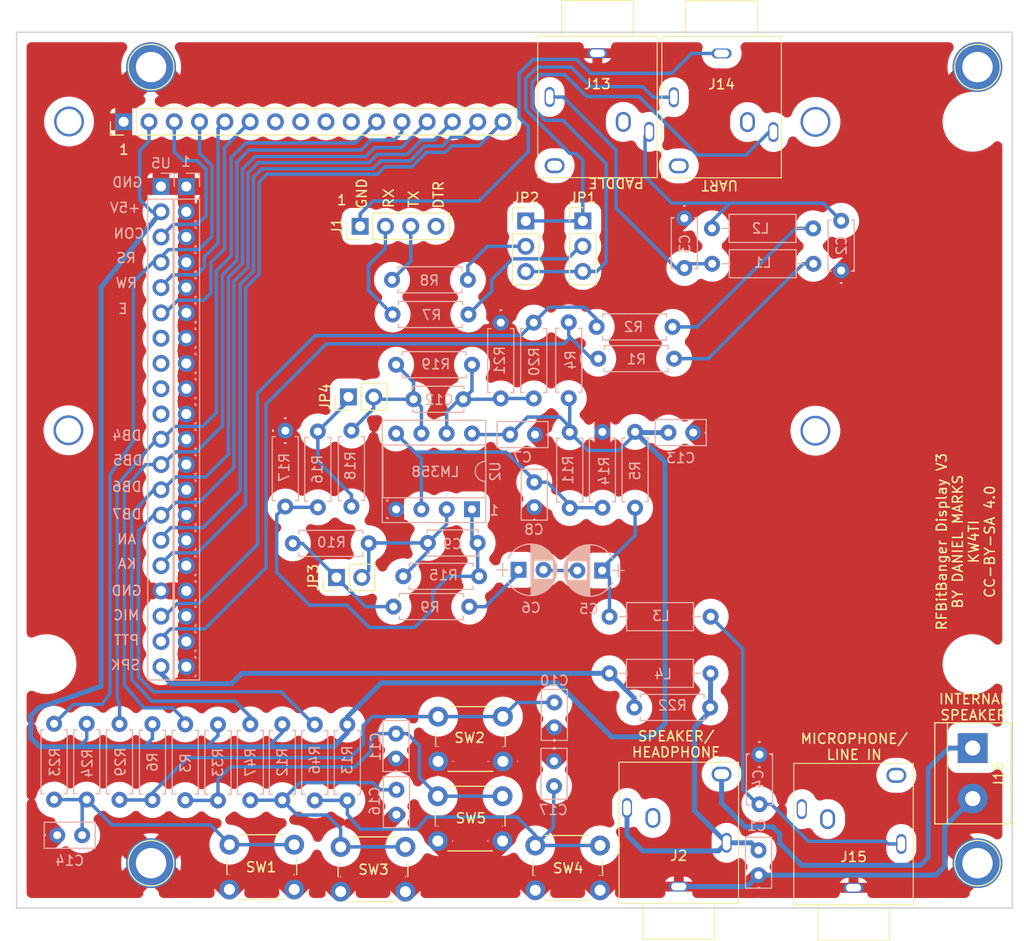
<source format=kicad_pcb>
(kicad_pcb (version 20211014) (generator pcbnew)
  (layers (0 "F.Cu" signal) (31 "B.Cu" signal) (34 "B.Paste" user) (35 "F.Paste" user) (36 "B.SilkS" user "B.Silkscreen") (37 "F.SilkS" user "F.Silkscreen") (38 "B.Mask" user) (39 "F.Mask" user) (44 "Edge.Cuts" user))
  (net 0 "")
  (net 1 "+5V")
  (net 2 "GND")
  (net 3 "Net-(C11-Pad2)")
  (net 4 "Net-(C1-Pad1)")
  (net 5 "Net-(C3-Pad2)")
  (net 6 "DB5")
  (net 7 "DB4")
  (net 8 "DB7")
  (net 9 "DB6")
  (net 10 "Net-(C8-Pad2)")
  (net 11 "RS")
  (net 12 "E")
  (net 13 "VO")
  (net 14 "RW")
  (net 15 "AVEE")
  (net 16 "K")
  (net 17 "Net-(J1-Pad1)")
  (net 18 "Net-(J1-Pad2)")
  (net 19 "Net-(J1-Pad3)")
  (net 20 "Net-(C9-Pad2)")
  (net 21 "Net-(C2-Pad2)")
  (net 22 "Net-(C10-Pad2)")
  (net 23 "Net-(C12-Pad2)")
  (net 24 "Net-(J14-Pad2)")
  (net 25 "Net-(C16-Pad2)")
  (net 26 "Net-(JP2-Pad2)")
  (net 27 "Net-(L1-Pad2)")
  (net 28 "Net-(L2-Pad2)")
  (net 29 "Net-(C4-Pad2)")
  (net 30 "Net-(C5-Pad1)")
  (net 31 "Net-(C5-Pad2)")
  (net 32 "Net-(C6-Pad1)")
  (net 34 "Net-(C9-Pad1)")
  (net 36 "Net-(C12-Pad1)")
  (net 37 "Net-(C17-Pad2)")
  (net 38 "Net-(JP3-Pad1)")
  (net 39 "Net-(JP4-Pad1)")
  (net 40 "Net-(J16-Pad1)")
  (net 41 "SPKR")
  (net 42 "PTT")
  (net 43 "MIC")
  (net 44 "Net-(C14-Pad2)")
  (net 46 "Net-(J14-Pad1)")
  (net 55 "Net-(JP1-Pad2)")
  (footprint "Buttons_Switches_THT:SW_PUSH_6mm" (layer "F.Cu") (at 74.33 125.77)
    (fp_text reference "SW2")
    (fp_text value "SW_Push")
  )
  (footprint "Buttons_Switches_THT:SW_PUSH_6mm" (layer "F.Cu") (at 64.54 138.86)
    (fp_text reference "SW3")
    (fp_text value "SW_Push")
  )
  (footprint "Buttons_Switches_THT:SW_PUSH_6mm" (layer "F.Cu") (at 84.09 138.72)
    (fp_text reference "SW4")
    (fp_text value "SW_Push")
  )
  (footprint "Buttons_Switches_THT:SW_PUSH_6mm" (layer "F.Cu") (at 74.3 133.77)
    (fp_text reference "SW5")
    (fp_text value "SW_Push")
  )
  (footprint "Connectors:1pin" (layer "F.Cu") (at 45.5 60.5)
    (fp_text reference "J3" hide)
    (fp_text value "Conn_01x01")
  )
  (footprint "Connectors:1pin" (layer "F.Cu") (at 45.5 140.5)
    (fp_text reference "J7" hide)
    (fp_text value "Conn_01x01")
  )
  (footprint "Connectors:1pin" (layer "F.Cu") (at 128.5 60.5)
    (fp_text reference "J20" hide)
    (fp_text value "Conn_01x01")
  )
  (footprint "Connectors:1pin" (layer "F.Cu") (at 128.5 140.5)
    (fp_text reference "J21" hide)
    (fp_text value "Conn_01x01")
  )
  (footprint "Pin_Headers:Pin_Header_Straight_1x04_Pitch2.54mm" (layer "F.Cu") (at 66.5 76.5 90)
    (fp_text reference "J1")
    (fp_text value "Conn_01x04")
  )
  (footprint "Pin_Headers:Pin_Header_Straight_1x16_Pitch2.54mm" (layer "F.Cu") (at 42.75 66 90)
    (fp_text reference "U1" hide)
    (fp_text value "LCD1602ExtraPins")
  )
  (footprint "BitBangDisplay:PJ-3240-35mm-stereo" (layer "F.Cu") (at 98.5 144.55 180)
    (fp_text reference "J2")
    (fp_text value "Audio-Jack-3_2Switches")
  )
  (footprint "BitBangDisplay:SimpleHole" (layer "F.Cu") (at 41.26 64.97 90)
    (fp_text reference "J4" hide)
    (fp_text value "Conn_01x01")
  )
  (footprint "BitBangDisplay:SimpleHole" (layer "F.Cu") (at 128 66)
    (fp_text reference "J5" hide)
    (fp_text value "Conn_01x01")
  )
  (footprint "BitBangDisplay:SimpleHole" (layer "F.Cu") (at 112.23 66.01)
    (fp_text reference "J6" hide)
    (fp_text value "Conn_01x01")
  )
  (footprint "BitBangDisplay:SimpleHole" (layer "F.Cu") (at 112.22 97.04)
    (fp_text reference "J8" hide)
    (fp_text value "Conn_01x01")
  )
  (footprint "BitBangDisplay:SimpleHole" (layer "F.Cu") (at 128 120.5)
    (fp_text reference "J9" hide)
    (fp_text value "Conn_01x01")
  )
  (footprint "BitBangDisplay:SimpleHole" (layer "F.Cu") (at 35 120.5)
    (fp_text reference "J11" hide)
    (fp_text value "Conn_01x01")
  )
  (footprint "BitBangDisplay:SimpleHole" (layer "F.Cu") (at 37.2 97)
    (fp_text reference "J12" hide)
    (fp_text value "Conn_01x01")
  )
  (footprint "BitBangDisplay:PJ-3240-35mm-stereo" (layer "F.Cu") (at 90.33 57.41)
    (fp_text reference "J13")
    (fp_text value "KeyerJack")
  )
  (footprint "BitBangDisplay:PJ-3240-35mm-stereo" (layer "F.Cu") (at 102.8 57.43)
    (fp_text reference "J14")
    (fp_text value "KeyerJack")
  )
  (footprint "Pin_Headers:Pin_Header_Straight_1x03_Pitch2.54mm" (layer "F.Cu") (at 88.86 75.96)
    (fp_text reference "JP1")
    (fp_text value "Jumper_NC_Dual")
  )
  (footprint "Pin_Headers:Pin_Header_Straight_1x03_Pitch2.54mm" (layer "F.Cu") (at 83.13 75.97)
    (fp_text reference "JP2")
    (fp_text value "Jumper_NC_Dual")
  )
  (footprint "BitBangDisplay:PJ-3240-35mm-stereo" (layer "F.Cu") (at 116.05 144.67 180)
    (fp_text reference "J15")
    (fp_text value "KeyerJack")
  )
  (footprint "Pin_Headers:Pin_Header_Straight_1x02_Pitch2.54mm" (layer "F.Cu") (at 64.12 111.79 90)
    (fp_text reference "JP3")
    (fp_text value "LINE")
  )
  (footprint "Pin_Headers:Pin_Header_Straight_1x02_Pitch2.54mm" (layer "F.Cu") (at 65.32 93.65 90)
    (fp_text reference "JP4")
    (fp_text value "LINE")
  )
  (footprint "Connectors_Terminal_Blocks:TerminalBlock_bornier-2_P5.08mm" (layer "F.Cu") (at 128.02 128.93 -90)
    (fp_text reference "J16")
    (fp_text value "SPEAKER")
  )
  (footprint "Buttons_Switches_THT:SW_PUSH_6mm" (layer "F.Cu") (at 53.37 138.64)
    (fp_text reference "SW1")
    (fp_text value "SW_Push")
  )
  (footprint "Capacitors_THT:C_Disc_D5.0mm_W2.5mm_P2.50mm" (layer "B.Cu") (at 86 126.85 90)
    (fp_text reference "C10")
    (fp_text value "100 nF")
  )
  (footprint "Capacitors_THT:C_Disc_D5.0mm_W2.5mm_P2.50mm" (layer "B.Cu") (at 70.1 129.98 90)
    (fp_text reference "C11")
    (fp_text value "100 nF")
  )
  (footprint "Capacitors_THT:C_Disc_D5.0mm_W2.5mm_P2.50mm" (layer "B.Cu") (at 70.14 135.62 90)
    (fp_text reference "C16")
    (fp_text value "100 nF")
  )
  (footprint "Capacitors_THT:C_Disc_D5.0mm_W2.5mm_P2.50mm" (layer "B.Cu") (at 85.97 130.26 -90)
    (fp_text reference "C17")
    (fp_text value "100 nF")
  )
  (footprint "Resistors_THT:R_Axial_DIN0207_L6.3mm_D2.5mm_P7.62mm_Horizontal" (layer "B.Cu") (at 48.93 134.17 90)
    (fp_text reference "R3")
    (fp_text value "10k")
  )
  (footprint "Resistors_THT:R_Axial_DIN0207_L6.3mm_D2.5mm_P7.62mm_Horizontal" (layer "B.Cu") (at 45.64 134.15 90)
    (fp_text reference "R6")
    (fp_text value "1k")
  )
  (footprint "Resistors_THT:R_Axial_DIN0207_L6.3mm_D2.5mm_P7.62mm_Horizontal" (layer "B.Cu") (at 58.68 134.17 90)
    (fp_text reference "R12")
    (fp_text value "1k")
  )
  (footprint "Resistors_THT:R_Axial_DIN0207_L6.3mm_D2.5mm_P7.62mm_Horizontal" (layer "B.Cu") (at 65.21 134.19 90)
    (fp_text reference "R13")
    (fp_text value "1k")
  )
  (footprint "Resistors_THT:R_Axial_DIN0207_L6.3mm_D2.5mm_P7.62mm_Horizontal" (layer "B.Cu") (at 42.33 134.13 90)
    (fp_text reference "R29")
    (fp_text value "10k")
  )
  (footprint "Resistors_THT:R_Axial_DIN0207_L6.3mm_D2.5mm_P7.62mm_Horizontal" (layer "B.Cu") (at 52.22 134.19 90)
    (fp_text reference "R33")
    (fp_text value "1k")
  )
  (footprint "Resistors_THT:R_Axial_DIN0207_L6.3mm_D2.5mm_P7.62mm_Horizontal" (layer "B.Cu") (at 61.94 134.19 90)
    (fp_text reference "R46")
    (fp_text value "10k")
  )
  (footprint "Resistors_THT:R_Axial_DIN0207_L6.3mm_D2.5mm_P7.62mm_Horizontal" (layer "B.Cu") (at 55.47 134.17 90)
    (fp_text reference "R47")
    (fp_text value "10k")
  )
  (footprint "Capacitors_THT:C_Disc_D5.0mm_W2.5mm_P2.50mm" (layer "B.Cu") (at 106.51 139.2 -90)
    (fp_text reference "C1")
    (fp_text value "10 nF")
  )
  (footprint "Capacitors_THT:C_Disc_D5.0mm_W2.5mm_P5.00mm" (layer "B.Cu") (at 99.06 75.692 -90)
    (fp_text reference "C3")
    (fp_text value "1 nF")
  )
  (footprint "Inductors_THT:L_Axial_L6.6mm_D2.7mm_P10.16mm_Horizontal_Vishay_IM-2" (layer "B.Cu") (at 101.854 80.264)
    (fp_text reference "L1")
    (fp_text value "100 uH")
  )
  (footprint "Inductors_THT:L_Axial_L6.6mm_D2.7mm_P10.16mm_Horizontal_Vishay_IM-2" (layer "B.Cu") (at 101.834 76.708)
    (fp_text reference "L2")
    (fp_text value "100 uH")
  )
  (footprint "Resistors_THT:R_Axial_DIN0207_L6.3mm_D2.5mm_P7.62mm_Horizontal" (layer "B.Cu") (at 90.41 89.8)
    (fp_text reference "R1")
    (fp_text value "470R")
  )
  (footprint "Resistors_THT:R_Axial_DIN0207_L6.3mm_D2.5mm_P7.62mm_Horizontal" (layer "B.Cu") (at 90.25 86.61)
    (fp_text reference "R2")
    (fp_text value "470R")
  )
  (footprint "Resistors_THT:R_Axial_DIN0207_L6.3mm_D2.5mm_P7.62mm_Horizontal" (layer "B.Cu") (at 87.45 93.77 90)
    (fp_text reference "R4")
    (fp_text value "10k")
  )
  (footprint "Resistors_THT:R_Axial_DIN0207_L6.3mm_D2.5mm_P7.62mm_Horizontal" (layer "B.Cu") (at 94.11 104.78 90)
    (fp_text reference "R5")
    (fp_text value "4k7")
  )
  (footprint "Resistors_THT:R_Axial_DIN0207_L6.3mm_D2.5mm_P7.62mm_Horizontal" (layer "B.Cu") (at 77.37 85.36 180)
    (fp_text reference "R7")
    (fp_text value "1k")
  )
  (footprint "Resistors_THT:R_Axial_DIN0207_L6.3mm_D2.5mm_P7.62mm_Horizontal" (layer "B.Cu") (at 69.7 81.88)
    (fp_text reference "R8")
    (fp_text value "1k")
  )
  (footprint "Capacitors_THT:C_Disc_D5.0mm_W2.5mm_P5.00mm" (layer "B.Cu") (at 114.808 80.946 90)
    (fp_text reference "C2")
    (fp_text value "1 nF")
  )
  (footprint "Capacitors_THT:C_Disc_D5.0mm_W2.5mm_P5.00mm" (layer "B.Cu") (at 106.6 129.58 -90)
    (fp_text reference "C4")
    (fp_text value "1 nF")
  )
  (footprint "Capacitors_THT:CP_Radial_D5.0mm_P2.50mm" (layer "B.Cu") (at 90.81 111.09 180)
    (fp_text reference "C5")
    (fp_text value "22 uF")
  )
  (footprint "Capacitors_THT:CP_Radial_D5.0mm_P2.50mm" (layer "B.Cu") (at 82.41 111.02)
    (fp_text reference "C6")
    (fp_text value "22 uF")
  )
  (footprint "Capacitors_THT:C_Disc_D5.0mm_W2.5mm_P2.50mm" (layer "B.Cu") (at 81.56 97.43)
    (fp_text reference "C7")
    (fp_text value "100 nF")
  )
  (footprint "Capacitors_THT:C_Disc_D5.0mm_W2.5mm_P2.50mm" (layer "B.Cu") (at 83.99 104.72 90)
    (fp_text reference "C8")
    (fp_text value "100 nF")
  )
  (footprint "Capacitors_THT:C_Disc_D5.0mm_W2.5mm_P5.00mm" (layer "B.Cu") (at 73.3 108.32)
    (fp_text reference "C9")
    (fp_text value "100 pF")
  )
  (footprint "Capacitors_THT:C_Disc_D5.0mm_W2.5mm_P5.00mm" (layer "B.Cu") (at 71.86 93.88)
    (fp_text reference "C12")
    (fp_text value "100 pF")
  )
  (footprint "Inductors_THT:L_Axial_L6.6mm_D2.7mm_P10.16mm_Horizontal_Vishay_IM-2" (layer "B.Cu") (at 101.7 115.73 180)
    (fp_text reference "L3")
    (fp_text value "100 uH")
  )
  (footprint "Resistors_THT:R_Axial_DIN0207_L6.3mm_D2.5mm_P7.62mm_Horizontal" (layer "B.Cu") (at 69.84 114.72)
    (fp_text reference "R9")
    (fp_text value "4k7")
  )
  (footprint "Resistors_THT:R_Axial_DIN0207_L6.3mm_D2.5mm_P7.62mm_Horizontal" (layer "B.Cu") (at 67.36 108.36 180)
    (fp_text reference "R10")
    (fp_text value "100k")
  )
  (footprint "Resistors_THT:R_Axial_DIN0207_L6.3mm_D2.5mm_P7.62mm_Horizontal" (layer "B.Cu") (at 87.55 97.19 -90)
    (fp_text reference "R11")
    (fp_text value "10k")
  )
  (footprint "Resistors_THT:R_Axial_DIN0207_L6.3mm_D2.5mm_P7.62mm_Horizontal" (layer "B.Cu") (at 90.83 104.78 90)
    (fp_text reference "R14")
    (fp_text value "4k7")
  )
  (footprint "Resistors_THT:R_Axial_DIN0207_L6.3mm_D2.5mm_P7.62mm_Horizontal" (layer "B.Cu") (at 78.45 111.67 180)
    (fp_text reference "R15")
    (fp_text value "100k")
  )
  (footprint "Resistors_THT:R_Axial_DIN0207_L6.3mm_D2.5mm_P7.62mm_Horizontal" (layer "B.Cu") (at 62.25 97.12 -90)
    (fp_text reference "R16")
    (fp_text value "4k7")
  )
  (footprint "Resistors_THT:R_Axial_DIN0207_L6.3mm_D2.5mm_P7.62mm_Horizontal" (layer "B.Cu") (at 58.98 97.04 -90)
    (fp_text reference "R17")
    (fp_text value "1k")
  )
  (footprint "Resistors_THT:R_Axial_DIN0207_L6.3mm_D2.5mm_P7.62mm_Horizontal" (layer "B.Cu") (at 65.62 97.03 -90)
    (fp_text reference "R18")
    (fp_text value "100k")
  )
  (footprint "Resistors_THT:R_Axial_DIN0207_L6.3mm_D2.5mm_P7.62mm_Horizontal" (layer "B.Cu") (at 77.73 90.41 180)
    (fp_text reference "R19")
    (fp_text value "100k")
  )
  (footprint "Resistors_THT:R_Axial_DIN0207_L6.3mm_D2.5mm_P7.62mm_Horizontal" (layer "B.Cu") (at 83.93 93.8 90)
    (fp_text reference "R20")
    (fp_text value "10k")
  )
  (footprint "Resistors_THT:R_Axial_DIN0207_L6.3mm_D2.5mm_P7.62mm_Horizontal" (layer "B.Cu") (at 80.62 86.18 -90)
    (fp_text reference "R21")
    (fp_text value "1k")
  )
  (footprint "Housings_DIP:DIP-8_W7.62mm_Socket" (layer "B.Cu") (at 77.73 104.94 90)
    (fp_text reference "U2")
    (fp_text value "LM358")
  )
  (footprint "Inductors_THT:L_Axial_L6.6mm_D2.7mm_P10.16mm_Horizontal_Vishay_IM-2" (layer "B.Cu") (at 101.69 121.42 180)
    (fp_text reference "L4")
    (fp_text value "100 uH")
  )
  (footprint "Resistors_THT:R_Axial_DIN0207_L6.3mm_D2.5mm_P7.62mm_Horizontal" (layer "B.Cu") (at 101.65 124.85 180)
    (fp_text reference "R22")
    (fp_text value "47R")
  )
  (footprint "Pin_Headers:Pin_Header_Straight_1x20_Pitch2.54mm" (layer "B.Cu") (at 46.5 72.5 180)
    (fp_text reference "U5")
    (fp_text value "LCD1602ExtraPins")
  )
  (footprint "Capacitors_THT:C_Disc_D5.0mm_W2.5mm_P2.50mm" (layer "B.Cu") (at 97.45 97.23)
    (fp_text reference "C13")
    (fp_text value "100 nF")
  )
  (footprint "Capacitors_THT:C_Disc_D5.0mm_W2.5mm_P2.50mm" (layer "B.Cu") (at 36.08 137.69)
    (fp_text reference "C14")
    (fp_text value "100 nF")
  )
  (footprint "Resistors_THT:R_Axial_DIN0207_L6.3mm_D2.5mm_P7.62mm_Horizontal" (layer "B.Cu") (at 35.76 134.11 90)
    (fp_text reference "R23")
    (fp_text value "10k")
  )
  (footprint "Resistors_THT:R_Axial_DIN0207_L6.3mm_D2.5mm_P7.62mm_Horizontal" (layer "B.Cu") (at 39.04 134.11 90)
    (fp_text reference "R24")
    (fp_text value "1k")
  )
  (footprint "Pin_Headers:Pin_Header_Straight_1x20_Pitch2.54mm" (layer "B.Cu") (at 49.04 72.5 180)
    (fp_text reference "J10" hide)
    (fp_text value "Conn_01x20")
  )
  (gr_line (start 32 145) (end 32 57) (layer "Edge.Cuts") (width 0.15))
  (gr_line (start 132 57) (end 132 145) (layer "Edge.Cuts") (width 0.15))
  (gr_line (start 132 145) (end 32 145) (layer "Edge.Cuts") (width 0.15))
  (gr_line (start 32 57) (end 132 57) (layer "Edge.Cuts") (width 0.15))
  (gr_text "RW" (at 43.025 82.195) (layer "B.SilkS") (effects (font (size 1 1)) (justify mirror)))
  (gr_text "DB5" (at 43.155 100.015) (layer "B.SilkS") (effects (font (size 1 1)) (justify mirror)))
  (gr_text "1" (at 49 70) (layer "B.SilkS") (effects (font (size 1 1)) (justify mirror)))
  (gr_text "CON" (at 43.285 77.225) (layer "B.SilkS") (effects (font (size 1 1)) (justify mirror)))
  (gr_text "DB6" (at 43.065 102.675) (layer "B.SilkS") (effects (font (size 1 1)) (justify mirror)))
  (gr_text "E" (at 42.665 84.795) (layer "B.SilkS") (effects (font (size 1 1)) (justify mirror)))
  (gr_text "AN" (at 43.05 107.94) (layer "B.SilkS") (effects (font (size 1 1)) (justify mirror)))
  (gr_text "MIC" (at 43 115.58) (layer "B.SilkS") (effects (font (size 1 1)) (justify mirror)))
  (gr_text "1" (at 79.96 105.05) (layer "B.SilkS") (effects (font (size 1 1)) (justify mirror)))
  (gr_text "GND" (at 43.125 72.085) (layer "B.SilkS") (effects (font (size 1 1)) (justify mirror)))
  (gr_text "PTT" (at 43.04 118.1) (layer "B.SilkS") (effects (font (size 1 1)) (justify mirror)))
  (gr_text "DB4" (at 43.065 97.525) (layer "B.SilkS") (effects (font (size 1 1)) (justify mirror)))
  (gr_text "SPK" (at 42.92 120.59) (layer "B.SilkS") (effects (font (size 1 1)) (justify mirror)))
  (gr_text "DB7" (at 43.065 105.435) (layer "B.SilkS") (effects (font (size 1 1)) (justify mirror)))
  (gr_text "RS" (at 42.995 79.685) (layer "B.SilkS") (effects (font (size 1 1)) (justify mirror)))
  (gr_text "GND" (at 43.05 113.12) (layer "B.SilkS") (effects (font (size 1 1)) (justify mirror)))
  (gr_text "+5V" (at 42.905 74.635) (layer "B.SilkS") (effects (font (size 1 1)) (justify mirror)))
  (gr_text "LM358" (at 74.05 101.17) (layer "B.SilkS") (effects (font (size 1 1)) (justify mirror)))
  (gr_text "KA" (at 43.09 110.41) (layer "B.SilkS") (effects (font (size 1 1)) (justify mirror)))
  (gr_text "GND" (at 66.67 73.21 90) (layer "F.SilkS") (effects (font (size 1 1))))
  (gr_text "RFBitBanger Display V3\nBY DANIEL MARKS\nKW4TI\nCC-BY-SA 4.0" (at 127.32 108.19 90) (layer "F.SilkS") (effects (font (size 1 1))))
  (gr_text "RX" (at 69.375 73.685 90) (layer "F.SilkS") (effects (font (size 1 1))))
  (gr_text "TX" (at 71.875 73.785 90) (layer "F.SilkS") (effects (font (size 1 1))))
  (gr_text "1" (at 42.77 68.8) (layer "F.SilkS") (effects (font (size 1 1))))
  (gr_text "SPEAKER/\nHEADPHONE" (at 98.23 128.55) (layer "F.SilkS") (effects (font (size 1 1))))
  (gr_text "DTR" (at 74.37 73.33 90) (layer "F.SilkS") (effects (font (size 1 1))))
  (gr_text "MICROPHONE/\nLINE IN" (at 116.12 128.8) (layer "F.SilkS") (effects (font (size 1 1))))
  (gr_text "INTERNAL\nSPEAKER" (at 128.09 124.82) (layer "F.SilkS") (effects (font (size 1 1))))
  (gr_text "1" (at 64.655 73.875) (layer "F.SilkS") (effects (font (size 1 1))))
  (gr_text "PADDLE" (at 92.202 72.136 180) (layer "F.SilkS") (effects (font (size 1 1))))
  (gr_text "UART" (at 102.616 72.39 180) (layer "F.SilkS") (effects (font (size 1 1))))
  (segment (start 46.21 74.93) (end 46.99 74.93) (width 0.35) (layer "B.Cu") (net 1))
  (segment (start 46.32 74.93) (end 46.99 74.93) (width 0.35) (layer "B.Cu") (net 1))
  (segment (start 46.1 74.93) (end 46.99 74.93) (width 0.35) (layer "B.Cu") (net 1))
  (segment (start 83.32 95.67) (end 81.56 97.43) (width 0.35) (layer "B.Cu") (net 1))
  (segment (start 77.84 97.43) (end 77.73 97.32) (width 0.35) (layer "B.Cu") (net 1))
  (segment (start 87.55 96.66) (end 86.56 95.67) (width 0.35) (layer "B.Cu") (net 1))
  (segment (start 86.56 95.67) (end 83.32 95.67) (width 0.35) (layer "B.Cu") (net 1))
  (segment (start 65.21 127.4) (end 63.81 128.8) (width 0.5) (layer "B.Cu") (net 1))
  (segment (start 57.25 128.8) (end 63.81 128.8) (width 0.5) (layer "B.Cu") (net 1))
  (segment (start 40.48 82.62) (end 46.5 75.04) (width 0.5) (layer "B.Cu") (net 1))
  (segment (start 58.68 127.37) (end 57.25 128.8) (width 0.35) (layer "B.Cu") (net 1))
  (segment (start 57.25 128.8) (end 51.1 128.8) (width 0.5) (layer "B.Cu") (net 1))
  (segment (start 52.22 127.68) (end 51.1 128.8) (width 0.35) (layer "B.Cu") (net 1))
  (segment (start 51.1 128.8) (end 45.4 128.8) (width 0.5) (layer "B.Cu") (net 1))
  (segment (start 45.64 127.98) (end 44.82 128.8) (width 0.35) (layer "B.Cu") (net 1))
  (segment (start 87.55 93.87) (end 87.45 93.77) (width 0.35) (layer "B.Cu") (net 1))
  (segment (start 94.11 97.39) (end 92.48 99.02) (width 0.35) (layer "B.Cu") (net 1))
  (segment (start 92.48 99.02) (end 89.38 99.02) (width 0.35) (layer "B.Cu") (net 1))
  (segment (start 89.38 99.02) (end 87.55 97.19) (width 0.35) (layer "B.Cu") (net 1))
  (segment (start 65.21 125.79) (end 68.62 122.38) (width 0.5) (layer "B.Cu") (net 1))
  (segment (start 68.62 122.38) (end 86.33 122.38) (width 0.5) (layer "B.Cu") (net 1))
  (segment (start 86.33 122.38) (end 91.75 127.8) (width 0.5) (layer "B.Cu") (net 1))
  (segment (start 91.75 127.8) (end 95.78 127.8) (width 0.5) (layer "B.Cu") (net 1))
  (segment (start 95.78 127.8) (end 97.12 126.46) (width 0.5) (layer "B.Cu") (net 1))
  (segment (start 97.12 126.46) (end 97.12 100.17) (width 0.5) (layer "B.Cu") (net 1))
  (segment (start 97.12 100.17) (end 94.11 97.16) (width 0.5) (layer "B.Cu") (net 1))
  (segment (start 94.18 97.23) (end 94.11 97.16) (width 0.5) (layer "B.Cu") (net 1))
  (segment (start 45.59 75.04) (end 44.36 73.81) (width 0.35) (layer "B.Cu") (net 1))
  (segment (start 44.36 73.81) (end 44.36 68.9) (width 0.35) (layer "B.Cu") (net 1))
  (segment (start 44.36 68.9) (end 45.29 67.97) (width 0.35) (layer "B.Cu") (net 1))
  (segment (start 45.29 67.97) (end 45.29 66) (width 0.35) (layer "B.Cu") (net 1))
  (segment (start 45.4 128.8) (end 44.82 128.8) (width 0.5) (layer "B.Cu") (net 1))
  (segment (start 34.31 128.8) (end 33.42 127.91) (width 0.5) (layer "B.Cu") (net 1))
  (segment (start 33.42 127.91) (end 33.42 125.68) (width 0.5) (layer "B.Cu") (net 1))
  (segment (start 33.42 125.68) (end 34.23 124.87) (width 0.5) (layer "B.Cu") (net 1))
  (segment (start 34.23 124.87) (end 37.46 123.79) (width 0.5) (layer "B.Cu") (net 1))
  (segment (start 37.46 123.79) (end 40.48 122.71) (width 0.5) (layer "B.Cu") (net 1))
  (segment (start 40.48 122.71) (end 40.48 82.62) (width 0.5) (layer "B.Cu") (net 1))
  (segment (start 39.04 128.02) (end 38.26 128.8) (width 0.35) (layer "B.Cu") (net 1))
  (segment (start 38.26 128.8) (end 34.31 128.8) (width 0.5) (layer "B.Cu") (net 1))
  (segment (start 52.22 126.57) (end 52.22 127.68) (width 0.35) (layer "B.Cu") (net 1))
  (segment (start 58.68 126.55) (end 58.68 127.37) (width 0.35) (layer "B.Cu") (net 1))
  (segment (start 45.64 126.53) (end 45.64 127.98) (width 0.35) (layer "B.Cu") (net 1))
  (segment (start 97.45 97.23) (end 94.18 97.23) (width 0.5) (layer "B.Cu") (net 1))
  (segment (start 94.11 97.16) (end 94.11 97.39) (width 0.35) (layer "B.Cu") (net 1))
  (segment (start 65.21 126.57) (end 65.21 125.79) (width 0.5) (layer "B.Cu") (net 1))
  (segment (start 87.55 97.19) (end 87.55 93.87) (width 0.35) (layer "B.Cu") (net 1))
  (segment (start 46.5 75.04) (end 45.59 75.04) (width 0.35) (layer "B.Cu") (net 1))
  (segment (start 39.04 126.49) (end 39.04 128.02) (width 0.35) (layer "B.Cu") (net 1))
  (segment (start 65.21 126.57) (end 65.21 127.4) (width 0.5) (layer "B.Cu") (net 1))
  (segment (start 45.4 128.8) (end 38.26 128.8) (width 0.5) (layer "B.Cu") (net 1))
  (segment (start 81.56 97.43) (end 77.84 97.43) (width 0.35) (layer "B.Cu") (net 1))
  (segment (start 87.55 97.19) (end 87.55 96.66) (width 0.35) (layer "B.Cu") (net 1))
  (segment (start 70.39 130.27) (end 70.1 129.98) (width 0.5) (layer "F.Cu") (net 2))
  (segment (start 74.33 130.27) (end 70.39 130.27) (width 0.5) (layer "F.Cu") (net 2))
  (segment (start 105.36 142.85) (end 106.51 141.7) (width 0.5) (layer "B.Cu") (net 2))
  (segment (start 124.32 141.7) (end 125.2 140.82) (width 0.5) (layer "B.Cu") (net 2))
  (segment (start 125.2 140.82) (end 125.2 136.83) (width 0.5) (layer "B.Cu") (net 2))
  (segment (start 125.2 136.83) (end 128.02 134.01) (width 0.5) (layer "B.Cu") (net 2))
  (segment (start 98.5 142.85) (end 105.36 142.85) (width 0.5) (layer "B.Cu") (net 2))
  (segment (start 106.51 141.7) (end 124.32 141.7) (width 0.5) (layer "B.Cu") (net 2))
  (segment (start 48.95 134.19) (end 48.93 134.17) (width 0.25) (layer "B.Cu") (net 3))
  (segment (start 48.95 134.19) (end 48.93 134.17) (width 0.35) (layer "B.Cu") (net 3))
  (segment (start 52.22 132.07) (end 53.47 130.82) (width 0.35) (layer "B.Cu") (net 3))
  (segment (start 53.47 130.82) (end 65.99 130.82) (width 0.35) (layer "B.Cu") (net 3))
  (segment (start 65.99 130.82) (end 67.56 129.25) (width 0.35) (layer "B.Cu") (net 3))
  (segment (start 67.56 129.25) (end 67.56 128.11) (width 0.35) (layer "B.Cu") (net 3))
  (segment (start 67.56 128.11) (end 68.19 127.48) (width 0.35) (layer "B.Cu") (net 3))
  (segment (start 68.19 127.48) (end 70.1 127.48) (width 0.35) (layer "B.Cu") (net 3))
  (segment (start 74.3 133.73) (end 72.45 131.88) (width 0.35) (layer "B.Cu") (net 3))
  (segment (start 72.45 131.88) (end 72.45 128.69) (width 0.35) (layer "B.Cu") (net 3))
  (segment (start 72.45 128.69) (end 71.24 127.48) (width 0.35) (layer "B.Cu") (net 3))
  (segment (start 71.24 127.48) (end 70.1 127.48) (width 0.35) (layer "B.Cu") (net 3))
  (segment (start 52.22 134.19) (end 48.95 134.19) (width 0.35) (layer "B.Cu") (net 3))
  (segment (start 52.22 134.19) (end 52.22 132.07) (width 0.35) (layer "B.Cu") (net 3))
  (segment (start 80.8 133.77) (end 74.3 133.77) (width 0.35) (layer "B.Cu") (net 3))
  (segment (start 74.3 133.77) (end 74.3 133.73) (width 0.35) (layer "B.Cu") (net 3))
  (segment (start 105.76 138.45) (end 106.51 139.2) (width 0.5) (layer "B.Cu") (net 4))
  (segment (start 93.3 137.68) (end 94.88 139.26) (width 0.5) (layer "B.Cu") (net 4))
  (segment (start 94.88 139.26) (end 102.49 139.26) (width 0.5) (layer "B.Cu") (net 4))
  (segment (start 102.49 139.26) (end 103.3 138.45) (width 0.5) (layer "B.Cu") (net 4))
  (segment (start 101.69 124.81) (end 101.65 124.85) (width 0.5) (layer "B.Cu") (net 4))
  (segment (start 101.65 125.27) (end 100.09 126.83) (width 0.5) (layer "B.Cu") (net 4))
  (segment (start 100.09 126.83) (end 100.09 135.24) (width 0.5) (layer "B.Cu") (net 4))
  (segment (start 100.09 135.24) (end 103.3 138.45) (width 0.5) (layer "B.Cu") (net 4))
  (segment (start 93.3 134.95) (end 93.3 137.68) (width 0.5) (layer "B.Cu") (net 4))
  (segment (start 101.65 124.85) (end 101.65 125.27) (width 0.5) (layer "B.Cu") (net 4))
  (segment (start 103.3 138.45) (end 105.76 138.45) (width 0.5) (layer "B.Cu") (net 4))
  (segment (start 101.69 121.42) (end 101.69 124.81) (width 0.5) (layer "B.Cu") (net 4))
  (segment (start 101.854 80.264) (end 99.488 80.264) (width 0.35) (layer "B.Cu") (net 5))
  (segment (start 98.218 80.692) (end 92.202 74.676) (width 0.35) (layer "B.Cu") (net 5))
  (segment (start 99.488 80.264) (end 99.06 80.692) (width 0.35) (layer "B.Cu") (net 5))
  (segment (start 92.202 74.676) (end 92.202 68.834) (width 0.35) (layer "B.Cu") (net 5))
  (segment (start 92.202 68.834) (end 86.878 63.51) (width 0.35) (layer "B.Cu") (net 5))
  (segment (start 99.06 80.692) (end 98.218 80.692) (width 0.35) (layer "B.Cu") (net 5))
  (segment (start 86.878 63.51) (end 85.53 63.51) (width 0.35) (layer "B.Cu") (net 5))
  (segment (start 48.93 126.17) (end 47.65 124.89) (width 0.35) (layer "B.Cu") (net 6))
  (segment (start 44.77 124.89) (end 42.82 122.6) (width 0.35) (layer "B.Cu") (net 6))
  (segment (start 42.82 122.6) (end 42.82 102.91) (width 0.35) (layer "B.Cu") (net 6))
  (segment (start 42.82 102.91) (end 44.95 100.44) (width 0.35) (layer "B.Cu") (net 6))
  (segment (start 44.95 100.44) (end 46.5 100.44) (width 0.35) (layer "B.Cu") (net 6))
  (segment (start 46.68 100.44) (end 47.96 99.16) (width 0.35) (layer "B.Cu") (net 6))
  (segment (start 47.96 99.16) (end 50.05 99.16) (width 0.35) (layer "B.Cu") (net 6))
  (segment (start 50.05 99.16) (end 52.67 96.54) (width 0.35) (layer "B.Cu") (net 6))
  (segment (start 52.67 96.54) (end 52.67 81.37) (width 0.35) (layer "B.Cu") (net 6))
  (segment (start 52.67 81.37) (end 54.12 79.92) (width 0.35) (layer "B.Cu") (net 6))
  (segment (start 54.12 79.92) (end 54.12 70.05) (width 0.35) (layer "B.Cu") (net 6))
  (segment (start 54.12 70.05) (end 55.33 68.84) (width 0.35) (layer "B.Cu") (net 6))
  (segment (start 55.33 68.84) (end 66.59 68.84) (width 0.35) (layer "B.Cu") (net 6))
  (segment (start 66.59 68.84) (end 67.59 67.84) (width 0.35) (layer "B.Cu") (net 6))
  (segment (start 67.59 67.84) (end 69.91 67.84) (width 0.35) (layer "B.Cu") (net 6))
  (segment (start 69.91 67.84) (end 70.69 67.06) (width 0.35) (layer "B.Cu") (net 6))
  (segment (start 70.69 67.06) (end 70.69 66) (width 0.35) (layer "B.Cu") (net 6))
  (segment (start 46.5 100.44) (end 46.68 100.44) (width 0.35) (layer "B.Cu") (net 6))
  (segment (start 47.65 124.89) (end 44.77 124.89) (width 0.35) (layer "B.Cu") (net 6))
  (segment (start 48.93 126.55) (end 48.93 126.17) (width 0.35) (layer "B.Cu") (net 6))
  (segment (start 45.78 97.9) (end 46.5 97.9) (width 0.35) (layer "B.Cu") (net 7))
  (segment (start 42.33 124.69) (end 42.1 123.82) (width 0.35) (layer "B.Cu") (net 7))
  (segment (start 42.1 123.82) (end 42.1 102.49) (width 0.35) (layer "B.Cu") (net 7))
  (segment (start 42.1 102.49) (end 46.05 97.9) (width 0.35) (layer "B.Cu") (net 7))
  (segment (start 46.05 97.9) (end 46.5 97.9) (width 0.35) (layer "B.Cu") (net 7))
  (segment (start 46.61 97.9) (end 47.9 96.61) (width 0.35) (layer "B.Cu") (net 7))
  (segment (start 47.9 96.61) (end 50.67 96.61) (width 0.35) (layer "B.Cu") (net 7))
  (segment (start 50.67 96.61) (end 52.060002 95.219998) (width 0.35) (layer "B.Cu") (net 7))
  (segment (start 52.060002 95.219998) (end 52.060002 80.959998) (width 0.35) (layer "B.Cu") (net 7))
  (segment (start 52.060002 80.959998) (end 53.54 79.48) (width 0.35) (layer "B.Cu") (net 7))
  (segment (start 53.54 79.48) (end 53.54 69.6) (width 0.35) (layer "B.Cu") (net 7))
  (segment (start 53.54 69.6) (end 55.02 68.12) (width 0.35) (layer "B.Cu") (net 7))
  (segment (start 55.02 68.12) (end 66.03 68.12) (width 0.35) (layer "B.Cu") (net 7))
  (segment (start 66.03 68.12) (end 68.15 66) (width 0.35) (layer "B.Cu") (net 7))
  (segment (start 46.5 97.9) (end 46.61 97.9) (width 0.35) (layer "B.Cu") (net 7))
  (segment (start 42.33 126.51) (end 42.33 124.69) (width 0.35) (layer "B.Cu") (net 7))
  (segment (start 46.03 105.52) (end 46.5 105.52) (width 0.35) (layer "B.Cu") (net 8))
  (segment (start 61.86 126.57) (end 58.56 123.27) (width 0.35) (layer "B.Cu") (net 8))
  (segment (start 45.73 123.27) (end 44.23 121.77) (width 0.35) (layer "B.Cu") (net 8))
  (segment (start 44.23 121.77) (end 44.23 107.07) (width 0.35) (layer "B.Cu") (net 8))
  (segment (start 44.23 107.07) (end 45.78 105.52) (width 0.35) (layer "B.Cu") (net 8))
  (segment (start 45.78 105.52) (end 46.5 105.52) (width 0.35) (layer "B.Cu") (net 8))
  (segment (start 46.71 105.52) (end 47.99 104.24) (width 0.35) (layer "B.Cu") (net 8))
  (segment (start 47.99 104.24) (end 50.33 104.24) (width 0.35) (layer "B.Cu") (net 8))
  (segment (start 50.33 104.24) (end 53.810002 100.759998) (width 0.35) (layer "B.Cu") (net 8))
  (segment (start 53.810002 100.759998) (end 53.810002 82.049998) (width 0.35) (layer "B.Cu") (net 8))
  (segment (start 53.810002 82.049998) (end 55.230002 80.629998) (width 0.35) (layer "B.Cu") (net 8))
  (segment (start 55.230002 80.629998) (end 55.230002 71.139998) (width 0.35) (layer "B.Cu") (net 8))
  (segment (start 55.230002 71.139998) (end 56.27 70.1) (width 0.35) (layer "B.Cu") (net 8))
  (segment (start 56.27 70.1) (end 67.41 70.1) (width 0.35) (layer "B.Cu") (net 8))
  (segment (start 67.41 70.1) (end 68.24 69.27) (width 0.35) (layer "B.Cu") (net 8))
  (segment (start 68.24 69.27) (end 71.22 69.27) (width 0.35) (layer "B.Cu") (net 8))
  (segment (start 71.22 69.27) (end 72.65 67.84) (width 0.35) (layer "B.Cu") (net 8))
  (segment (start 72.65 67.84) (end 73.93 67.84) (width 0.35) (layer "B.Cu") (net 8))
  (segment (start 73.93 67.84) (end 75.77 66) (width 0.35) (layer "B.Cu") (net 8))
  (segment (start 46.5 105.52) (end 46.71 105.52) (width 0.35) (layer "B.Cu") (net 8))
  (segment (start 61.94 126.57) (end 61.86 126.57) (width 0.35) (layer "B.Cu") (net 8))
  (segment (start 45.73 123.27) (end 58.56 123.27) (width 0.35) (layer "B.Cu") (net 8))
  (segment (start 55.47 125.77) (end 53.92 124.22) (width 0.35) (layer "B.Cu") (net 9))
  (segment (start 45.54 124.22) (end 43.56 122.04) (width 0.35) (layer "B.Cu") (net 9))
  (segment (start 43.56 122.04) (end 43.56 105.39) (width 0.35) (layer "B.Cu") (net 9))
  (segment (start 43.56 105.39) (end 45.77 102.98) (width 0.35) (layer "B.Cu") (net 9))
  (segment (start 45.77 102.98) (end 46.5 102.98) (width 0.35) (layer "B.Cu") (net 9))
  (segment (start 46.67 102.98) (end 47.96 101.69) (width 0.35) (layer "B.Cu") (net 9))
  (segment (start 47.96 101.69) (end 50.98 101.69) (width 0.35) (layer "B.Cu") (net 9))
  (segment (start 50.98 101.69) (end 53.26 99.41) (width 0.35) (layer "B.Cu") (net 9))
  (segment (start 53.26 99.41) (end 53.26 81.63) (width 0.35) (layer "B.Cu") (net 9))
  (segment (start 53.26 81.63) (end 54.68 80.21) (width 0.35) (layer "B.Cu") (net 9))
  (segment (start 54.68 80.21) (end 54.68 70.74) (width 0.35) (layer "B.Cu") (net 9))
  (segment (start 54.68 70.74) (end 55.93 69.49) (width 0.35) (layer "B.Cu") (net 9))
  (segment (start 55.93 69.49) (end 67.05 69.49) (width 0.35) (layer "B.Cu") (net 9))
  (segment (start 67.05 69.49) (end 67.95 68.59) (width 0.35) (layer "B.Cu") (net 9))
  (segment (start 67.95 68.59) (end 70.64 68.59) (width 0.35) (layer "B.Cu") (net 9))
  (segment (start 70.64 68.59) (end 73.23 66) (width 0.35) (layer "B.Cu") (net 9))
  (segment (start 55.47 126.55) (end 55.47 125.77) (width 0.35) (layer "B.Cu") (net 9))
  (segment (start 45.54 124.22) (end 53.92 124.22) (width 0.35) (layer "B.Cu") (net 9))
  (segment (start 46.5 102.98) (end 46.67 102.98) (width 0.35) (layer "B.Cu") (net 9))
  (segment (start 87.58 104.78) (end 87.55 104.81) (width 0.35) (layer "B.Cu") (net 10))
  (segment (start 87.55 104.47) (end 85.3 102.22) (width 0.35) (layer "B.Cu") (net 10))
  (segment (start 85.3 102.22) (end 83.99 102.22) (width 0.35) (layer "B.Cu") (net 10))
  (segment (start 83.99 102.01) (end 81.17 99.19) (width 0.35) (layer "B.Cu") (net 10))
  (segment (start 81.17 99.19) (end 71.98 99.19) (width 0.35) (layer "B.Cu") (net 10))
  (segment (start 71.98 99.19) (end 70.11 97.32) (width 0.35) (layer "B.Cu") (net 10))
  (segment (start 72.65 99.86) (end 71.98 99.19) (width 0.35) (layer "B.Cu") (net 10))
  (segment (start 90.83 104.78) (end 87.58 104.78) (width 0.35) (layer "B.Cu") (net 10))
  (segment (start 83.99 102.22) (end 83.99 102.01) (width 0.35) (layer "B.Cu") (net 10))
  (segment (start 72.65 104.94) (end 72.65 99.86) (width 0.35) (layer "B.Cu") (net 10))
  (segment (start 87.55 104.81) (end 87.55 104.47) (width 0.35) (layer "B.Cu") (net 10))
  (segment (start 41.38 101.46) (end 43.73 98.04) (width 0.35) (layer "B.Cu") (net 11))
  (segment (start 43.73 98.04) (end 43.73 82.08) (width 0.35) (layer "B.Cu") (net 11))
  (segment (start 43.73 82.08) (end 45.69 80.12) (width 0.35) (layer "B.Cu") (net 11))
  (segment (start 45.69 80.12) (end 46.5 80.12) (width 0.35) (layer "B.Cu") (net 11))
  (segment (start 41.38 122.55) (end 41.38 101.46) (width 0.35) (layer "B.Cu") (net 11))
  (segment (start 41.36 123.46) (end 40.58 124.54) (width 0.35) (layer "B.Cu") (net 11))
  (segment (start 40.58 124.54) (end 37.7 124.55) (width 0.35) (layer "B.Cu") (net 11))
  (segment (start 37.7 124.55) (end 35.76 126.49) (width 0.35) (layer "B.Cu") (net 11))
  (segment (start 46.5 79.59) (end 47.25 78.84) (width 0.35) (layer "B.Cu") (net 11))
  (segment (start 47.25 78.84) (end 50.3 78.84) (width 0.35) (layer "B.Cu") (net 11))
  (segment (start 50.3 78.84) (end 51.61 77.53) (width 0.35) (layer "B.Cu") (net 11))
  (segment (start 51.61 77.53) (end 51.61 70.4) (width 0.35) (layer "B.Cu") (net 11))
  (segment (start 51.61 70.4) (end 50.37 69.16) (width 0.35) (layer "B.Cu") (net 11))
  (segment (start 50.37 69.16) (end 50.37 66) (width 0.35) (layer "B.Cu") (net 11))
  (segment (start 41.38 122.55) (end 41.36 123.46) (width 0.35) (layer "B.Cu") (net 11))
  (segment (start 46.5 80.12) (end 46.5 79.59) (width 0.35) (layer "B.Cu") (net 11))
  (segment (start 46.92 85.2) (end 48.19 83.93) (width 0.35) (layer "B.Cu") (net 12))
  (segment (start 48.19 83.93) (end 50.78 83.93) (width 0.35) (layer "B.Cu") (net 12))
  (segment (start 50.78 83.93) (end 51.51 83.2) (width 0.35) (layer "B.Cu") (net 12))
  (segment (start 51.51 83.2) (end 51.51 80.12) (width 0.35) (layer "B.Cu") (net 12))
  (segment (start 51.51 80.12) (end 52.88 78.75) (width 0.35) (layer "B.Cu") (net 12))
  (segment (start 52.88 78.75) (end 52.88 68.57) (width 0.35) (layer "B.Cu") (net 12))
  (segment (start 52.88 68.57) (end 55.45 66) (width 0.35) (layer "B.Cu") (net 12))
  (segment (start 46.5 85.2) (end 46.92 85.2) (width 0.35) (layer "B.Cu") (net 12))
  (segment (start 46.3 77.47) (end 46.99 77.47) (width 0.35) (layer "B.Cu") (net 13))
  (segment (start 46.24 77.47) (end 46.99 77.47) (width 0.35) (layer "B.Cu") (net 13))
  (segment (start 46.5 77.54) (end 47.73 76.31) (width 0.35) (layer "B.Cu") (net 13))
  (segment (start 47.73 76.31) (end 50.15 76.31) (width 0.35) (layer "B.Cu") (net 13))
  (segment (start 50.15 76.31) (end 51.02 75.44) (width 0.35) (layer "B.Cu") (net 13))
  (segment (start 51.02 75.44) (end 51.02 70.78) (width 0.35) (layer "B.Cu") (net 13))
  (segment (start 51.02 70.78) (end 50.15 69.91) (width 0.35) (layer "B.Cu") (net 13))
  (segment (start 50.15 69.91) (end 48.73 69.91) (width 0.35) (layer "B.Cu") (net 13))
  (segment (start 48.73 69.91) (end 47.83 69.01) (width 0.35) (layer "B.Cu") (net 13))
  (segment (start 47.83 69.01) (end 47.83 66) (width 0.35) (layer "B.Cu") (net 13))
  (segment (start 46.5 77.58) (end 46.5 77.54) (width 0.35) (layer "B.Cu") (net 13))
  (segment (start 46.5 82.55) (end 47.67 81.38) (width 0.35) (layer "B.Cu") (net 14))
  (segment (start 47.67 81.38) (end 50.06 81.38) (width 0.35) (layer "B.Cu") (net 14))
  (segment (start 50.06 81.38) (end 50.85 80.59) (width 0.35) (layer "B.Cu") (net 14))
  (segment (start 50.85 80.59) (end 50.85 79.58) (width 0.35) (layer "B.Cu") (net 14))
  (segment (start 50.85 79.58) (end 52.23 78.2) (width 0.35) (layer "B.Cu") (net 14))
  (segment (start 52.23 78.2) (end 52.23 66.68) (width 0.35) (layer "B.Cu") (net 14))
  (segment (start 52.23 66.68) (end 52.91 66) (width 0.35) (layer "B.Cu") (net 14))
  (segment (start 46.5 82.66) (end 46.5 82.55) (width 0.35) (layer "B.Cu") (net 14))
  (segment (start 46.5 107.77) (end 47.48 106.79) (width 0.35) (layer "B.Cu") (net 15))
  (segment (start 47.48 106.79) (end 50.71 106.79) (width 0.35) (layer "B.Cu") (net 15))
  (segment (start 50.71 106.79) (end 54.44 103.06) (width 0.35) (layer "B.Cu") (net 15))
  (segment (start 54.44 103.06) (end 54.44 82.35) (width 0.35) (layer "B.Cu") (net 15))
  (segment (start 54.44 82.35) (end 55.780004 81.009996) (width 0.35) (layer "B.Cu") (net 15))
  (segment (start 55.780004 81.009996) (end 55.780004 71.589996) (width 0.35) (layer "B.Cu") (net 15))
  (segment (start 55.780004 71.589996) (end 56.65 70.72) (width 0.35) (layer "B.Cu") (net 15))
  (segment (start 56.65 70.72) (end 67.78 70.72) (width 0.35) (layer "B.Cu") (net 15))
  (segment (start 67.78 70.72) (end 68.57 69.93) (width 0.35) (layer "B.Cu") (net 15))
  (segment (start 68.57 69.93) (end 71.51 69.93) (width 0.35) (layer "B.Cu") (net 15))
  (segment (start 71.51 69.93) (end 73.01 68.43) (width 0.35) (layer "B.Cu") (net 15))
  (segment (start 73.01 68.43) (end 74.77 68.43) (width 0.35) (layer "B.Cu") (net 15))
  (segment (start 74.77 68.43) (end 75.66 67.54) (width 0.35) (layer "B.Cu") (net 15))
  (segment (start 75.66 67.54) (end 76.77 67.54) (width 0.35) (layer "B.Cu") (net 15))
  (segment (start 76.77 67.54) (end 78.31 66) (width 0.35) (layer "B.Cu") (net 15))
  (segment (start 46.99 107.95) (end 46.32 107.95) (width 0.35) (layer "B.Cu") (net 15))
  (segment (start 46.99 107.95) (end 46.22 107.95) (width 0.35) (layer "B.Cu") (net 15))
  (segment (start 46.5 108.06) (end 46.5 107.77) (width 0.35) (layer "B.Cu") (net 15))
  (segment (start 46.5 110.44) (end 47.63 109.31) (width 0.35) (layer "B.Cu") (net 16))
  (segment (start 47.63 109.31) (end 50.17 109.31) (width 0.35) (layer "B.Cu") (net 16))
  (segment (start 50.17 109.31) (end 54.990002 104.489998) (width 0.35) (layer "B.Cu") (net 16))
  (segment (start 54.990002 104.489998) (end 54.990002 82.679998) (width 0.35) (layer "B.Cu") (net 16))
  (segment (start 54.990002 82.679998) (end 56.36 81.31) (width 0.35) (layer "B.Cu") (net 16))
  (segment (start 56.36 81.31) (end 56.36 72.05) (width 0.35) (layer "B.Cu") (net 16))
  (segment (start 56.36 72.05) (end 57.139998 71.270002) (width 0.35) (layer "B.Cu") (net 16))
  (segment (start 57.139998 71.270002) (end 68.229998 71.270002) (width 0.35) (layer "B.Cu") (net 16))
  (segment (start 68.229998 71.270002) (end 68.97 70.53) (width 0.35) (layer "B.Cu") (net 16))
  (segment (start 68.97 70.53) (end 71.68782 70.53) (width 0.35) (layer "B.Cu") (net 16))
  (segment (start 71.68782 70.53) (end 73.14782 69.07) (width 0.35) (layer "B.Cu") (net 16))
  (segment (start 73.14782 69.07) (end 75.06 69.07) (width 0.35) (layer "B.Cu") (net 16))
  (segment (start 75.06 69.07) (end 75.73 68.4) (width 0.35) (layer "B.Cu") (net 16))
  (segment (start 75.73 68.4) (end 78.45 68.4) (width 0.35) (layer "B.Cu") (net 16))
  (segment (start 78.45 68.4) (end 80.85 66) (width 0.35) (layer "B.Cu") (net 16))
  (segment (start 46.5 110.6) (end 46.5 110.44) (width 0.35) (layer "B.Cu") (net 16))
  (segment (start 82.46 65.56) (end 83.38 66.48) (width 0.35) (layer "B.Cu") (net 17))
  (segment (start 88.25 59.73) (end 83.87 59.73) (width 0.35) (layer "B.Cu") (net 17))
  (segment (start 97.8 61.13) (end 89.65 61.13) (width 0.35) (layer "B.Cu") (net 17))
  (segment (start 82.46 61.14) (end 82.46 65.56) (width 0.35) (layer "B.Cu") (net 17))
  (segment (start 89.65 61.13) (end 88.25 59.73) (width 0.35) (layer "B.Cu") (net 17))
  (segment (start 83.38 66.48) (end 83.38 69.01) (width 0.35) (layer "B.Cu") (net 17))
  (segment (start 99.8 59.13) (end 97.8 61.13) (width 0.35) (layer "B.Cu") (net 17))
  (segment (start 67.79 73.96) (end 66.5 75.25) (width 0.35) (layer "B.Cu") (net 17))
  (segment (start 78.43 73.96) (end 67.79 73.96) (width 0.35) (layer "B.Cu") (net 17))
  (segment (start 83.38 69.01) (end 78.43 73.96) (width 0.35) (layer "B.Cu") (net 17))
  (segment (start 102.8 59.13) (end 99.8 59.13) (width 0.35) (layer "B.Cu") (net 17))
  (segment (start 66.5 75.25) (end 66.5 76.5) (width 0.35) (layer "B.Cu") (net 17))
  (segment (start 83.87 59.73) (end 82.46 61.14) (width 0.35) (layer "B.Cu") (net 17))
  (segment (start 69.04 78.71) (end 67.34 80.41) (width 0.35) (layer "B.Cu") (net 18))
  (segment (start 67.34 80.41) (end 67.34 82.95) (width 0.35) (layer "B.Cu") (net 18))
  (segment (start 67.34 82.95) (end 69.75 85.36) (width 0.35) (layer "B.Cu") (net 18))
  (segment (start 69.04 76.5) (end 69.04 78.71) (width 0.35) (layer "B.Cu") (net 18))
  (segment (start 71.58 80) (end 69.7 81.88) (width 0.35) (layer "B.Cu") (net 19))
  (segment (start 71.58 76.5) (end 71.58 80) (width 0.35) (layer "B.Cu") (net 19))
  (segment (start 59.06 104.74) (end 58.98 104.66) (width 0.35) (layer "B.Cu") (net 20))
  (segment (start 77.73 107.75) (end 78.3 108.32) (width 0.35) (layer "B.Cu") (net 20))
  (segment (start 78.3 111.52) (end 78.45 111.67) (width 0.35) (layer "B.Cu") (net 20))
  (segment (start 75.4 111.67) (end 73.8 113.27) (width 0.35) (layer "B.Cu") (net 20))
  (segment (start 73.8 113.27) (end 73.8 114.99) (width 0.35) (layer "B.Cu") (net 20))
  (segment (start 73.8 114.99) (end 71.98 116.81) (width 0.35) (layer "B.Cu") (net 20))
  (segment (start 71.98 116.81) (end 67.4 116.81) (width 0.35) (layer "B.Cu") (net 20))
  (segment (start 67.4 116.81) (end 65.16 114.57) (width 0.35) (layer "B.Cu") (net 20))
  (segment (start 61.41 114.57) (end 58.12 111.28) (width 0.35) (layer "B.Cu") (net 20))
  (segment (start 58.12 111.28) (end 58.12 105.52) (width 0.35) (layer "B.Cu") (net 20))
  (segment (start 58.12 105.52) (end 58.98 104.66) (width 0.35) (layer "B.Cu") (net 20))
  (segment (start 78.3 108.32) (end 78.3 111.52) (width 0.35) (layer "B.Cu") (net 20))
  (segment (start 77.73 104.94) (end 77.73 107.75) (width 0.35) (layer "B.Cu") (net 20))
  (segment (start 78.45 111.67) (end 75.4 111.67) (width 0.35) (layer "B.Cu") (net 20))
  (segment (start 62.25 104.74) (end 59.06 104.74) (width 0.35) (layer "B.Cu") (net 20))
  (segment (start 61.41 114.57) (end 65.16 114.57) (width 0.35) (layer "B.Cu") (net 20))
  (segment (start 103.632 74.168) (end 113.03 74.168) (width 0.35) (layer "B.Cu") (net 21))
  (segment (start 113.03 74.168) (end 114.808 75.946) (width 0.35) (layer "B.Cu") (net 21))
  (segment (start 103.505 74.295) (end 103.632 74.168) (width 0.35) (layer "B.Cu") (net 21))
  (segment (start 101.834 76.708) (end 101.834 75.966) (width 0.35) (layer "B.Cu") (net 21))
  (segment (start 95.116 71.494) (end 95.116 67.424) (width 0.35) (layer "B.Cu") (net 21))
  (segment (start 103.632 74.168) (end 97.79 74.168) (width 0.35) (layer "B.Cu") (net 21))
  (segment (start 97.79 74.168) (end 95.116 71.494) (width 0.35) (layer "B.Cu") (net 21))
  (segment (start 95.116 67.424) (end 95.53 67.01) (width 0.35) (layer "B.Cu") (net 21))
  (segment (start 101.834 75.966) (end 103.505 74.295) (width 0.35) (layer "B.Cu") (net 21))
  (segment (start 82.25 124.35) (end 80.83 125.77) (width 0.35) (layer "B.Cu") (net 22))
  (segment (start 42.35 134.15) (end 42.33 134.13) (width 0.25) (layer "B.Cu") (net 22))
  (segment (start 42.35 134.15) (end 42.33 134.13) (width 0.35) (layer "B.Cu") (net 22))
  (segment (start 45.64 133.45) (end 49.2 129.89) (width 0.35) (layer "B.Cu") (net 22))
  (segment (start 65.5 129.89) (end 66.8 128.59) (width 0.35) (layer "B.Cu") (net 22))
  (segment (start 66.8 128.59) (end 66.8 126.68) (width 0.35) (layer "B.Cu") (net 22))
  (segment (start 66.8 126.68) (end 67.71 125.77) (width 0.35) (layer "B.Cu") (net 22))
  (segment (start 67.71 125.77) (end 74.33 125.77) (width 0.35) (layer "B.Cu") (net 22))
  (segment (start 80.83 125.77) (end 74.33 125.77) (width 0.35) (layer "B.Cu") (net 22))
  (segment (start 86 124.35) (end 82.25 124.35) (width 0.35) (layer "B.Cu") (net 22))
  (segment (start 45.64 134.15) (end 45.64 133.45) (width 0.35) (layer "B.Cu") (net 22))
  (segment (start 45.64 134.15) (end 42.35 134.15) (width 0.35) (layer "B.Cu") (net 22))
  (segment (start 49.2 129.89) (end 65.5 129.89) (width 0.35) (layer "B.Cu") (net 22))
  (segment (start 77.73 93.01) (end 76.86 93.88) (width 0.35) (layer "B.Cu") (net 23))
  (segment (start 80.54 93.88) (end 80.62 93.8) (width 0.35) (layer "B.Cu") (net 23))
  (segment (start 76.46 93.88) (end 75.19 95.15) (width 0.35) (layer "B.Cu") (net 23))
  (segment (start 75.19 95.15) (end 75.19 97.32) (width 0.35) (layer "B.Cu") (net 23))
  (segment (start 77.73 90.41) (end 77.73 93.01) (width 0.35) (layer "B.Cu") (net 23))
  (segment (start 76.86 93.88) (end 80.54 93.88) (width 0.35) (layer "B.Cu") (net 23))
  (segment (start 80.62 93.8) (end 83.93 93.8) (width 0.35) (layer "B.Cu") (net 23))
  (segment (start 76.86 93.88) (end 76.46 93.88) (width 0.35) (layer "B.Cu") (net 23))
  (segment (start 88.85 81.05) (end 88.86 81.04) (width 0.35) (layer "B.Cu") (net 24))
  (segment (start 83.13 81.05) (end 88.85 81.05) (width 0.35) (layer "B.Cu") (net 24))
  (segment (start 94.5 63.46) (end 100.38 69.34) (width 0.35) (layer "B.Cu") (net 24))
  (segment (start 88.86 81.04) (end 90.25 81.04) (width 0.35) (layer "B.Cu") (net 24))
  (segment (start 90.25 81.04) (end 91.2 80.09) (width 0.35) (layer "B.Cu") (net 24))
  (segment (start 100.38 69.34) (end 105.26 69.34) (width 0.35) (layer "B.Cu") (net 24))
  (segment (start 83.78 64.54) (end 83.78 62.03) (width 0.35) (layer "B.Cu") (net 24))
  (segment (start 84.55 61.26) (end 87.04 61.26) (width 0.35) (layer "B.Cu") (net 24))
  (segment (start 83.78 62.03) (end 84.55 61.26) (width 0.35) (layer "B.Cu") (net 24))
  (segment (start 91.2 70.19) (end 86.85 65.84) (width 0.35) (layer "B.Cu") (net 24))
  (segment (start 91.2 80.09) (end 91.2 70.19) (width 0.35) (layer "B.Cu") (net 24))
  (segment (start 107.57 67.03) (end 108 67.03) (width 0.35) (layer "B.Cu") (net 24))
  (segment (start 86.85 65.84) (end 85.08 65.84) (width 0.35) (layer "B.Cu") (net 24))
  (segment (start 87.04 61.26) (end 89.24 63.46) (width 0.35) (layer "B.Cu") (net 24))
  (segment (start 85.08 65.84) (end 83.78 64.54) (width 0.35) (layer "B.Cu") (net 24))
  (segment (start 105.26 69.34) (end 107.57 67.03) (width 0.35) (layer "B.Cu") (net 24))
  (segment (start 89.24 63.46) (end 94.5 63.46) (width 0.35) (layer "B.Cu") (net 24))
  (segment (start 68.5 133.12) (end 67.79 132.41) (width 0.35) (layer "B.Cu") (net 25))
  (segment (start 67.79 132.41) (end 60.44 132.41) (width 0.35) (layer "B.Cu") (net 25))
  (segment (start 60.44 132.41) (end 58.68 134.17) (width 0.35) (layer "B.Cu") (net 25))
  (segment (start 64.54 137.02) (end 63.18 135.66) (width 0.35) (layer "B.Cu") (net 25))
  (segment (start 63.18 135.66) (end 60.17 135.66) (width 0.35) (layer "B.Cu") (net 25))
  (segment (start 60.17 135.66) (end 58.68 134.17) (width 0.35) (layer "B.Cu") (net 25))
  (segment (start 64.54 138.86) (end 71.04 138.86) (width 0.35) (layer "B.Cu") (net 25))
  (segment (start 70.14 133.12) (end 68.5 133.12) (width 0.35) (layer "B.Cu") (net 25))
  (segment (start 64.54 138.86) (end 64.54 137.02) (width 0.35) (layer "B.Cu") (net 25))
  (segment (start 58.68 134.17) (end 55.47 134.17) (width 0.35) (layer "B.Cu") (net 25))
  (segment (start 79.28 78.51) (end 77.32 80.47) (width 0.35) (layer "B.Cu") (net 26))
  (segment (start 77.32 80.47) (end 77.32 81.88) (width 0.35) (layer "B.Cu") (net 26))
  (segment (start 83.13 78.51) (end 79.28 78.51) (width 0.35) (layer "B.Cu") (net 26))
  (segment (start 101.462 89.8) (end 110.998 80.264) (width 0.35) (layer "B.Cu") (net 27))
  (segment (start 110.998 80.264) (end 112.014 80.264) (width 0.35) (layer "B.Cu") (net 27))
  (segment (start 98.03 89.8) (end 101.462 89.8) (width 0.35) (layer "B.Cu") (net 27))
  (segment (start 110.236 76.708) (end 111.994 76.708) (width 0.35) (layer "B.Cu") (net 28))
  (segment (start 97.87 86.61) (end 100.334 86.61) (width 0.35) (layer "B.Cu") (net 28))
  (segment (start 100.334 86.61) (end 110.236 76.708) (width 0.35) (layer "B.Cu") (net 28))
  (segment (start 119.52 138.57) (end 119.25 138.3) (width 0.35) (layer "B.Cu") (net 29))
  (segment (start 119.25 138.3) (end 111.52 138.3) (width 0.35) (layer "B.Cu") (net 29))
  (segment (start 111.52 138.3) (end 107.8 134.58) (width 0.35) (layer "B.Cu") (net 29))
  (segment (start 107.8 134.58) (end 106.6 134.58) (width 0.35) (layer "B.Cu") (net 29))
  (segment (start 106.42 134.58) (end 104.94 133.1) (width 0.35) (layer "B.Cu") (net 29))
  (segment (start 104.94 133.1) (end 104.94 118.97) (width 0.35) (layer "B.Cu") (net 29))
  (segment (start 104.94 118.97) (end 101.7 115.73) (width 0.35) (layer "B.Cu") (net 29))
  (segment (start 120.85 138.57) (end 119.52 138.57) (width 0.35) (layer "B.Cu") (net 29))
  (segment (start 106.6 134.58) (end 106.42 134.58) (width 0.35) (layer "B.Cu") (net 29))
  (segment (start 94.11 107.56) (end 90.81 110.86) (width 0.35) (layer "B.Cu") (net 30))
  (segment (start 90.81 110.86) (end 90.81 111.09) (width 0.35) (layer "B.Cu") (net 30))
  (segment (start 91.54 111.82) (end 90.81 111.09) (width 0.35) (layer "B.Cu") (net 30))
  (segment (start 94.11 104.78) (end 94.11 107.56) (width 0.35) (layer "B.Cu") (net 30))
  (segment (start 91.54 115.73) (end 91.54 111.82) (width 0.35) (layer "B.Cu") (net 30))
  (segment (start 84.98 111.09) (end 84.91 111.02) (width 0.35) (layer "B.Cu") (net 31))
  (segment (start 88.31 111.09) (end 84.98 111.09) (width 0.35) (layer "B.Cu") (net 31))
  (segment (start 82.41 111.38) (end 79.07 114.72) (width 0.35) (layer "B.Cu") (net 32))
  (segment (start 79.07 114.72) (end 77.46 114.72) (width 0.35) (layer "B.Cu") (net 32))
  (segment (start 82.41 111.02) (end 82.41 111.38) (width 0.35) (layer "B.Cu") (net 32))
  (segment (start 67.36 111.09) (end 66.66 111.79) (width 0.35) (layer "B.Cu") (net 34))
  (segment (start 75.19 106.43) (end 73.3 108.32) (width 0.35) (layer "B.Cu") (net 34))
  (segment (start 73.3 109.2) (end 70.83 111.67) (width 0.35) (layer "B.Cu") (net 34))
  (segment (start 67.4 108.32) (end 67.36 108.36) (width 0.35) (layer "B.Cu") (net 34))
  (segment (start 73.3 108.32) (end 67.4 108.32) (width 0.35) (layer "B.Cu") (net 34))
  (segment (start 75.19 104.94) (end 75.19 106.43) (width 0.35) (layer "B.Cu") (net 34))
  (segment (start 67.36 108.36) (end 67.36 111.09) (width 0.35) (layer "B.Cu") (net 34))
  (segment (start 73.3 108.32) (end 73.3 109.2) (width 0.35) (layer "B.Cu") (net 34))
  (segment (start 72.65 94.67) (end 71.86 93.88) (width 0.35) (layer "B.Cu") (net 36))
  (segment (start 71.86 92.16) (end 70.11 90.41) (width 0.35) (layer "B.Cu") (net 36))
  (segment (start 67.86 94.79) (end 65.62 97.03) (width 0.35) (layer "B.Cu") (net 36))
  (segment (start 68.09 93.88) (end 67.86 93.65) (width 0.35) (layer "B.Cu") (net 36))
  (segment (start 71.86 93.88) (end 71.86 92.16) (width 0.35) (layer "B.Cu") (net 36))
  (segment (start 72.65 97.32) (end 72.65 94.67) (width 0.35) (layer "B.Cu") (net 36))
  (segment (start 71.86 93.88) (end 68.09 93.88) (width 0.35) (layer "B.Cu") (net 36))
  (segment (start 67.86 93.65) (end 67.86 94.79) (width 0.35) (layer "B.Cu") (net 36))
  (segment (start 85.89 136.92) (end 84.09 138.72) (width 0.35) (layer "B.Cu") (net 37))
  (segment (start 84.09 137.69) (end 82.26 135.86) (width 0.35) (layer "B.Cu") (net 37))
  (segment (start 73.24 135.86) (end 72.22 137.07) (width 0.35) (layer "B.Cu") (net 37))
  (segment (start 72.22 137.07) (end 66.5 137.07) (width 0.35) (layer "B.Cu") (net 37))
  (segment (start 66.5 137.07) (end 65.21 135.59) (width 0.35) (layer "B.Cu") (net 37))
  (segment (start 65.21 135.59) (end 65.21 134.19) (width 0.35) (layer "B.Cu") (net 37))
  (segment (start 65.21 134.19) (end 61.94 134.19) (width 0.35) (layer "B.Cu") (net 37))
  (segment (start 84.09 138.72) (end 84.09 137.69) (width 0.35) (layer "B.Cu") (net 37))
  (segment (start 90.59 138.72) (end 84.09 138.72) (width 0.35) (layer "B.Cu") (net 37))
  (segment (start 85.97 132.76) (end 85.89 136.92) (width 0.35) (layer "B.Cu") (net 37))
  (segment (start 73.24 135.86) (end 82.26 135.86) (width 0.35) (layer "B.Cu") (net 37))
  (segment (start 60.69 108.36) (end 64.12 111.79) (width 0.35) (layer "B.Cu") (net 38))
  (segment (start 67.05 114.72) (end 64.12 111.79) (width 0.35) (layer "B.Cu") (net 38))
  (segment (start 69.84 114.72) (end 67.05 114.72) (width 0.35) (layer "B.Cu") (net 38))
  (segment (start 59.74 108.36) (end 60.69 108.36) (width 0.35) (layer "B.Cu") (net 38))
  (segment (start 65.62 103.48) (end 62.25 100.11) (width 0.35) (layer "B.Cu") (net 39))
  (segment (start 62.25 100.11) (end 62.25 97.12) (width 0.35) (layer "B.Cu") (net 39))
  (segment (start 65.32 94.05) (end 62.25 97.12) (width 0.35) (layer "B.Cu") (net 39))
  (segment (start 65.62 104.65) (end 65.62 103.48) (width 0.35) (layer "B.Cu") (net 39))
  (segment (start 65.32 93.65) (end 65.32 94.05) (width 0.35) (layer "B.Cu") (net 39))
  (segment (start 102.8 134.45) (end 105.2 136.85) (width 0.5) (layer "B.Cu") (net 40))
  (segment (start 105.2 136.85) (end 107.93 136.85) (width 0.5) (layer "B.Cu") (net 40))
  (segment (start 107.93 136.85) (end 108.63 137.55) (width 0.5) (layer "B.Cu") (net 40))
  (segment (start 108.63 137.55) (end 108.63 138.47) (width 0.5) (layer "B.Cu") (net 40))
  (segment (start 108.63 138.47) (end 110.87 140.71) (width 0.5) (layer "B.Cu") (net 40))
  (segment (start 110.87 140.71) (end 122.76 140.71) (width 0.5) (layer "B.Cu") (net 40))
  (segment (start 122.76 140.71) (end 123.55 139.92) (width 0.5) (layer "B.Cu") (net 40))
  (segment (start 123.55 139.92) (end 123.55 130.98) (width 0.5) (layer "B.Cu") (net 40))
  (segment (start 123.55 130.98) (end 125.6 128.93) (width 0.5) (layer "B.Cu") (net 40))
  (segment (start 125.6 128.93) (end 128.02 128.93) (width 0.5) (layer "B.Cu") (net 40))
  (segment (start 102.8 131.55) (end 102.8 134.45) (width 0.5) (layer "B.Cu") (net 40))
  (segment (start 94.03 123.92) (end 91.53 121.42) (width 0.5) (layer "B.Cu") (net 41))
  (segment (start 46.5 121.44) (end 47.52 122.46) (width 0.5) (layer "B.Cu") (net 41))
  (segment (start 47.52 122.46) (end 53.59 122.46) (width 0.5) (layer "B.Cu") (net 41))
  (segment (start 53.59 122.46) (end 54.63 121.42) (width 0.5) (layer "B.Cu") (net 41))
  (segment (start 94.03 124.85) (end 94.03 123.92) (width 0.5) (layer "B.Cu") (net 41))
  (segment (start 46.5 120.76) (end 46.5 121.44) (width 0.5) (layer "B.Cu") (net 41))
  (segment (start 91.53 121.42) (end 54.63 121.42) (width 0.5) (layer "B.Cu") (net 41))
  (segment (start 87.45 87.51) (end 87.605 87.665) (width 0.35) (layer "B.Cu") (net 42))
  (segment (start 89.74 89.8) (end 90.41 89.8) (width 0.35) (layer "B.Cu") (net 42))
  (segment (start 46.5 117.91) (end 47.45 116.96) (width 0.35) (layer "B.Cu") (net 42))
  (segment (start 47.45 116.96) (end 50.9 116.96) (width 0.35) (layer "B.Cu") (net 42))
  (segment (start 50.9 116.96) (end 57.05 110.81) (width 0.35) (layer "B.Cu") (net 42))
  (segment (start 57.05 110.81) (end 57.05 94.36) (width 0.35) (layer "B.Cu") (net 42))
  (segment (start 57.05 94.36) (end 63.09 88.32) (width 0.35) (layer "B.Cu") (net 42))
  (segment (start 63.09 88.32) (end 86.95 88.32) (width 0.35) (layer "B.Cu") (net 42))
  (segment (start 86.95 88.32) (end 87.605 87.665) (width 0.35) (layer "B.Cu") (net 42))
  (segment (start 87.605 87.665) (end 89.74 89.8) (width 0.35) (layer "B.Cu") (net 42))
  (segment (start 46.5 118.22) (end 46.5 117.91) (width 0.35) (layer "B.Cu") (net 42))
  (segment (start 87.45 86.15) (end 87.45 87.51) (width 0.35) (layer "B.Cu") (net 42))
  (segment (start 90.25 85.84) (end 89.04 84.63) (width 0.35) (layer "B.Cu") (net 43))
  (segment (start 89.04 84.63) (end 85.48 84.63) (width 0.35) (layer "B.Cu") (net 43))
  (segment (start 85.48 84.63) (end 83.93 86.18) (width 0.35) (layer "B.Cu") (net 43))
  (segment (start 46.86 115.68) (end 48.14 114.4) (width 0.35) (layer "B.Cu") (net 43))
  (segment (start 48.14 114.4) (end 50.27 114.4) (width 0.35) (layer "B.Cu") (net 43))
  (segment (start 50.27 114.4) (end 56.2 108.47) (width 0.35) (layer "B.Cu") (net 43))
  (segment (start 56.2 108.47) (end 56.2 93.26) (width 0.35) (layer "B.Cu") (net 43))
  (segment (start 56.2 93.26) (end 61.98 87.48) (width 0.35) (layer "B.Cu") (net 43))
  (segment (start 61.98 87.48) (end 82.63 87.48) (width 0.35) (layer "B.Cu") (net 43))
  (segment (start 82.63 87.48) (end 83.93 86.18) (width 0.35) (layer "B.Cu") (net 43))
  (segment (start 46.5 115.68) (end 46.86 115.68) (width 0.35) (layer "B.Cu") (net 43))
  (segment (start 90.25 86.61) (end 90.25 85.84) (width 0.35) (layer "B.Cu") (net 43))
  (segment (start 38.58 134.57) (end 39.04 134.11) (width 0.35) (layer "B.Cu") (net 44))
  (segment (start 53.37 138.56) (end 51.47 136.66) (width 0.35) (layer "B.Cu") (net 44))
  (segment (start 51.47 136.66) (end 41.59 136.66) (width 0.35) (layer "B.Cu") (net 44))
  (segment (start 41.59 136.66) (end 39.04 134.11) (width 0.35) (layer "B.Cu") (net 44))
  (segment (start 59.87 138.64) (end 53.37 138.64) (width 0.35) (layer "B.Cu") (net 44))
  (segment (start 39.04 134.11) (end 35.76 134.11) (width 0.35) (layer "B.Cu") (net 44))
  (segment (start 53.37 138.64) (end 53.37 138.56) (width 0.35) (layer "B.Cu") (net 44))
  (segment (start 38.58 137.69) (end 38.58 134.57) (width 0.35) (layer "B.Cu") (net 44))
  (segment (start 83.14 75.96) (end 83.13 75.97) (width 0.35) (layer "B.Cu") (net 46))
  (segment (start 88.86 75.96) (end 88.86 69.86) (width 0.35) (layer "B.Cu") (net 46))
  (segment (start 89.66 62.47) (end 94.87 62.47) (width 0.35) (layer "B.Cu") (net 46))
  (segment (start 88.86 69.86) (end 88.18 69.18) (width 0.35) (layer "B.Cu") (net 46))
  (segment (start 83.13 64.76) (end 83.13 61.66) (width 0.35) (layer "B.Cu") (net 46))
  (segment (start 87.69 60.5) (end 89.66 62.47) (width 0.35) (layer "B.Cu") (net 46))
  (segment (start 83.13 61.66) (end 84.29 60.5) (width 0.35) (layer "B.Cu") (net 46))
  (segment (start 88.18 69.18) (end 87.55 69.18) (width 0.35) (layer "B.Cu") (net 46))
  (segment (start 84.29 60.5) (end 87.69 60.5) (width 0.35) (layer "B.Cu") (net 46))
  (segment (start 94.87 62.47) (end 95.93 63.53) (width 0.35) (layer "B.Cu") (net 46))
  (segment (start 95.93 63.53) (end 98 63.53) (width 0.35) (layer "B.Cu") (net 46))
  (segment (start 88.86 75.96) (end 83.14 75.96) (width 0.35) (layer "B.Cu") (net 46))
  (segment (start 87.55 69.18) (end 83.13 64.76) (width 0.35) (layer "B.Cu") (net 46))
  (segment (start 88.6 78.5) (end 87.35 79.77) (width 0.35) (layer "B.Cu") (net 55))
  (segment (start 87.35 79.77) (end 81.81 79.77) (width 0.35) (layer "B.Cu") (net 55))
  (segment (start 81.81 79.77) (end 79.72 81.84) (width 0.35) (layer "B.Cu") (net 55))
  (segment (start 79.72 81.84) (end 79.72 83.01) (width 0.35) (layer "B.Cu") (net 55))
  (segment (start 79.72 83.01) (end 77.37 85.36) (width 0.35) (layer "B.Cu") (net 55))
  (segment (start 88.86 78.5) (end 88.6 78.5) (width 0.35) (layer "B.Cu") (net 55))
  (zone (net 2) (net_name "GND") (layer "F.Cu") (connect_pads (clearance 1)) (min_thickness 1) (fill yes (thermal_gap 0.508) (thermal_bridge_width 3))
    (polygon (pts (xy 132 145) (xy 32 145) (xy 32 57) (xy 132 57)))
  )
)
</source>
